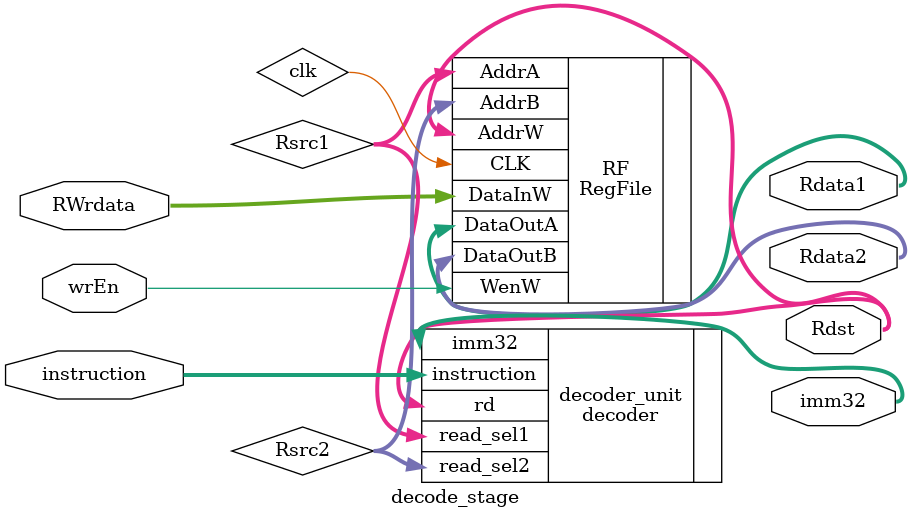
<source format=v>
module decode_stage(
    input [31:0]instruction,
    input wrEn,     // write back enable 
    input [31:0]RWrdata,  // write back data
    output [31:0] Rdata1, // read data 1
    output [31:0] Rdata2,  // read data 2
    output [31:0] imm32,    // genertae immediate value
    output [4:0] Rdst       // pass to next stage for write back
);

wire [4:0] Rsrc1,Rsrc2; 
decoder decoder_unit (
      // input            
      .instruction(instruction),  
      //output 
      // InstWord decode
      .read_sel1(Rsrc1),      
      .read_sel2(Rsrc2),       
      .rd(Rdst), 
      .imm32(imm32)            
   );
RegFile RF(.AddrA(Rsrc1), .DataOutA(Rdata1), 
	      .AddrB(Rsrc2), .DataOutB(Rdata2), 
	      .AddrW(Rdst), .DataInW(RWrdata), .WenW(wrEn), .CLK(clk));

endmodule
</source>
